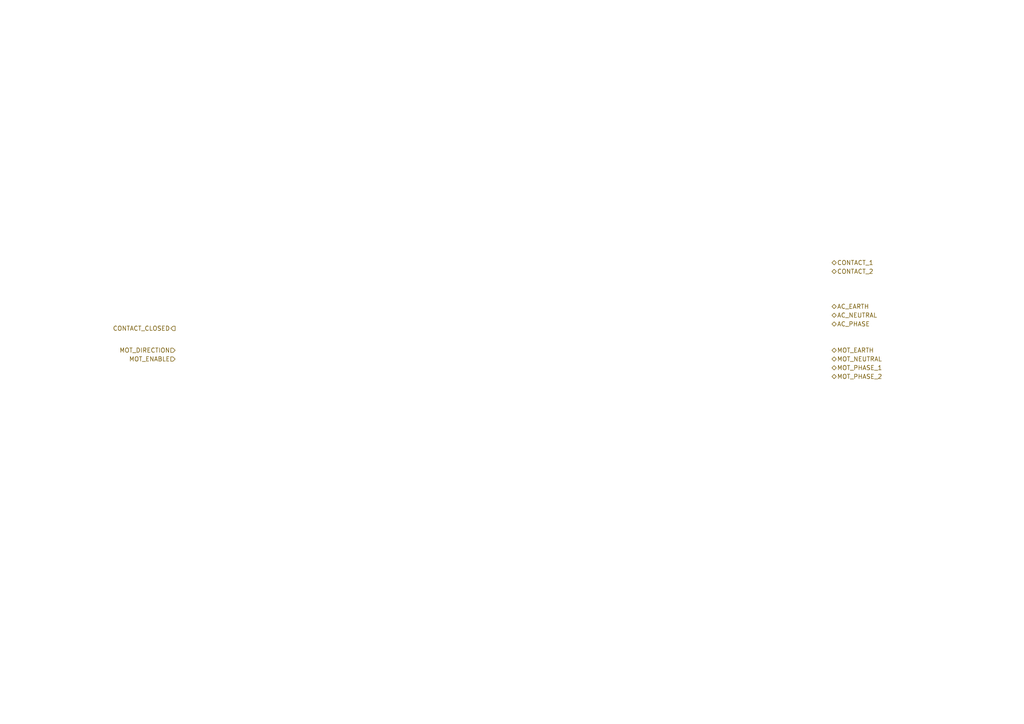
<source format=kicad_sch>
(kicad_sch
	(version 20231120)
	(generator "eeschema")
	(generator_version "8.0")
	(uuid "74bcab07-0059-4866-8d30-dd2933051a6c")
	(paper "A4")
	(title_block
		(title "iot-contact")
	)
	(lib_symbols)
	(hierarchical_label "CONTACT_1"
		(shape bidirectional)
		(at 241.3 76.2 0)
		(effects
			(font
				(size 1.27 1.27)
			)
			(justify left)
		)
		(uuid "262e7d67-0b61-409e-bbac-b201ca6a9b9b")
	)
	(hierarchical_label "CONTACT_2"
		(shape bidirectional)
		(at 241.3 78.74 0)
		(effects
			(font
				(size 1.27 1.27)
			)
			(justify left)
		)
		(uuid "4491b6a4-bad7-47b4-8c43-5e1193f409b5")
	)
	(hierarchical_label "MOT_EARTH"
		(shape bidirectional)
		(at 241.3 101.6 0)
		(effects
			(font
				(size 1.27 1.27)
			)
			(justify left)
		)
		(uuid "45ec5773-8d2d-4a39-ab09-93e944e5f5cf")
	)
	(hierarchical_label "MOT_ENABLE"
		(shape input)
		(at 50.8 104.14 180)
		(effects
			(font
				(size 1.27 1.27)
			)
			(justify right)
		)
		(uuid "5e7574e1-db5c-4b98-bddb-f4a2442010d7")
	)
	(hierarchical_label "MOT_PHASE_2"
		(shape bidirectional)
		(at 241.3 109.22 0)
		(effects
			(font
				(size 1.27 1.27)
			)
			(justify left)
		)
		(uuid "609b513c-43ad-46c7-a3f3-b29d4b88dce1")
	)
	(hierarchical_label "AC_EARTH"
		(shape bidirectional)
		(at 241.3 88.9 0)
		(effects
			(font
				(size 1.27 1.27)
			)
			(justify left)
		)
		(uuid "71abd720-aff4-4b36-96ac-d1a48ad691b7")
	)
	(hierarchical_label "MOT_PHASE_1"
		(shape bidirectional)
		(at 241.3 106.68 0)
		(effects
			(font
				(size 1.27 1.27)
			)
			(justify left)
		)
		(uuid "92dd3e5a-6f8d-4829-b526-63b0dfa6092a")
	)
	(hierarchical_label "AC_NEUTRAL"
		(shape bidirectional)
		(at 241.3 91.44 0)
		(effects
			(font
				(size 1.27 1.27)
			)
			(justify left)
		)
		(uuid "ac8beb72-30aa-48d4-81ff-2ac53624e394")
	)
	(hierarchical_label "AC_PHASE"
		(shape bidirectional)
		(at 241.3 93.98 0)
		(effects
			(font
				(size 1.27 1.27)
			)
			(justify left)
		)
		(uuid "af46b3b6-e085-4fee-ba5f-751367865b8c")
	)
	(hierarchical_label "MOT_NEUTRAL"
		(shape bidirectional)
		(at 241.3 104.14 0)
		(effects
			(font
				(size 1.27 1.27)
			)
			(justify left)
		)
		(uuid "b2345f23-bf38-46ed-8d0a-dc732dbc223b")
	)
	(hierarchical_label "CONTACT_CLOSED"
		(shape output)
		(at 50.8 95.25 180)
		(effects
			(font
				(size 1.27 1.27)
			)
			(justify right)
		)
		(uuid "e4fcb223-d94c-4527-a90e-ba0a15ee16ae")
	)
	(hierarchical_label "MOT_DIRECTION"
		(shape input)
		(at 50.8 101.6 180)
		(effects
			(font
				(size 1.27 1.27)
			)
			(justify right)
		)
		(uuid "fbe5ce3b-c16c-4f97-8132-53378525fa11")
	)
)

</source>
